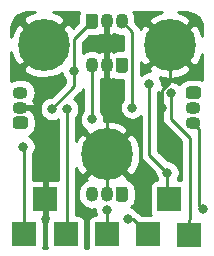
<source format=gbr>
%TF.GenerationSoftware,KiCad,Pcbnew,5.1.10*%
%TF.CreationDate,2021-12-26T17:28:59+01:00*%
%TF.ProjectId,cluster,636c7573-7465-4722-9e6b-696361645f70,rev?*%
%TF.SameCoordinates,Original*%
%TF.FileFunction,Copper,L1,Top*%
%TF.FilePolarity,Positive*%
%FSLAX46Y46*%
G04 Gerber Fmt 4.6, Leading zero omitted, Abs format (unit mm)*
G04 Created by KiCad (PCBNEW 5.1.10) date 2021-12-26 17:28:59*
%MOMM*%
%LPD*%
G01*
G04 APERTURE LIST*
%TA.AperFunction,ComponentPad*%
%ADD10O,1.300000X1.050000*%
%TD*%
%TA.AperFunction,ComponentPad*%
%ADD11O,1.050000X1.300000*%
%TD*%
%TA.AperFunction,ComponentPad*%
%ADD12C,0.700000*%
%TD*%
%TA.AperFunction,ComponentPad*%
%ADD13C,4.400000*%
%TD*%
%TA.AperFunction,SMDPad,CuDef*%
%ADD14R,2.000000X2.000000*%
%TD*%
%TA.AperFunction,ViaPad*%
%ADD15C,0.800000*%
%TD*%
%TA.AperFunction,Conductor*%
%ADD16C,0.250000*%
%TD*%
%TA.AperFunction,Conductor*%
%ADD17C,0.254000*%
%TD*%
%TA.AperFunction,Conductor*%
%ADD18C,0.100000*%
%TD*%
G04 APERTURE END LIST*
D10*
%TO.P,U5,3*%
%TO.N,Net-(J1-Pad6)*%
X166750000Y-93740000D03*
%TO.P,U5,2*%
%TO.N,GND*%
X166750000Y-95010000D03*
%TO.P,U5,1*%
%TO.N,VCC*%
%TA.AperFunction,ComponentPad*%
G36*
G01*
X167137500Y-96805000D02*
X166362500Y-96805000D01*
G75*
G02*
X166100000Y-96542500I0J262500D01*
G01*
X166100000Y-96017500D01*
G75*
G02*
X166362500Y-95755000I262500J0D01*
G01*
X167137500Y-95755000D01*
G75*
G02*
X167400000Y-96017500I0J-262500D01*
G01*
X167400000Y-96542500D01*
G75*
G02*
X167137500Y-96805000I-262500J0D01*
G01*
G37*
%TD.AperFunction*%
%TD*%
D11*
%TO.P,U4,3*%
%TO.N,Net-(J1-Pad5)*%
X172790000Y-102340000D03*
%TO.P,U4,2*%
%TO.N,GND*%
X174060000Y-102340000D03*
%TO.P,U4,1*%
%TO.N,VCC*%
%TA.AperFunction,ComponentPad*%
G36*
G01*
X175855000Y-101952500D02*
X175855000Y-102727500D01*
G75*
G02*
X175592500Y-102990000I-262500J0D01*
G01*
X175067500Y-102990000D01*
G75*
G02*
X174805000Y-102727500I0J262500D01*
G01*
X174805000Y-101952500D01*
G75*
G02*
X175067500Y-101690000I262500J0D01*
G01*
X175592500Y-101690000D01*
G75*
G02*
X175855000Y-101952500I0J-262500D01*
G01*
G37*
%TD.AperFunction*%
%TD*%
D10*
%TO.P,U3,3*%
%TO.N,Net-(J1-Pad4)*%
X181390000Y-96280000D03*
%TO.P,U3,2*%
%TO.N,GND*%
X181390000Y-95010000D03*
%TO.P,U3,1*%
%TO.N,VCC*%
%TA.AperFunction,ComponentPad*%
G36*
G01*
X181002500Y-93215000D02*
X181777500Y-93215000D01*
G75*
G02*
X182040000Y-93477500I0J-262500D01*
G01*
X182040000Y-94002500D01*
G75*
G02*
X181777500Y-94265000I-262500J0D01*
G01*
X181002500Y-94265000D01*
G75*
G02*
X180740000Y-94002500I0J262500D01*
G01*
X180740000Y-93477500D01*
G75*
G02*
X181002500Y-93215000I262500J0D01*
G01*
G37*
%TD.AperFunction*%
%TD*%
D11*
%TO.P,U2,3*%
%TO.N,Net-(J1-Pad3)*%
X175330000Y-87690000D03*
%TO.P,U2,2*%
%TO.N,GND*%
X174060000Y-87690000D03*
%TO.P,U2,1*%
%TO.N,VCC*%
%TA.AperFunction,ComponentPad*%
G36*
G01*
X172265000Y-88077500D02*
X172265000Y-87302500D01*
G75*
G02*
X172527500Y-87040000I262500J0D01*
G01*
X173052500Y-87040000D01*
G75*
G02*
X173315000Y-87302500I0J-262500D01*
G01*
X173315000Y-88077500D01*
G75*
G02*
X173052500Y-88340000I-262500J0D01*
G01*
X172527500Y-88340000D01*
G75*
G02*
X172265000Y-88077500I0J262500D01*
G01*
G37*
%TD.AperFunction*%
%TD*%
%TO.P,U1,3*%
%TO.N,Net-(J1-Pad2)*%
X172790000Y-91410000D03*
%TO.P,U1,2*%
%TO.N,GND*%
X174060000Y-91410000D03*
%TO.P,U1,1*%
%TO.N,VCC*%
%TA.AperFunction,ComponentPad*%
G36*
G01*
X175855000Y-91022500D02*
X175855000Y-91797500D01*
G75*
G02*
X175592500Y-92060000I-262500J0D01*
G01*
X175067500Y-92060000D01*
G75*
G02*
X174805000Y-91797500I0J262500D01*
G01*
X174805000Y-91022500D01*
G75*
G02*
X175067500Y-90760000I262500J0D01*
G01*
X175592500Y-90760000D01*
G75*
G02*
X175855000Y-91022500I0J-262500D01*
G01*
G37*
%TD.AperFunction*%
%TD*%
D12*
%TO.P,H3,1*%
%TO.N,GND*%
X175226726Y-97803274D03*
X174060000Y-97320000D03*
X172893274Y-97803274D03*
X172410000Y-98970000D03*
X172893274Y-100136726D03*
X174060000Y-100620000D03*
X175226726Y-100136726D03*
X175710000Y-98970000D03*
D13*
X174060000Y-98970000D03*
%TD*%
D12*
%TO.P,H2,1*%
%TO.N,GND*%
X169906726Y-88493274D03*
X168740000Y-88010000D03*
X167573274Y-88493274D03*
X167090000Y-89660000D03*
X167573274Y-90826726D03*
X168740000Y-91310000D03*
X169906726Y-90826726D03*
X170390000Y-89660000D03*
D13*
X168740000Y-89660000D03*
%TD*%
D12*
%TO.P,H1,1*%
%TO.N,GND*%
X180566726Y-88533274D03*
X179400000Y-88050000D03*
X178233274Y-88533274D03*
X177750000Y-89700000D03*
X178233274Y-90866726D03*
X179400000Y-91350000D03*
X180566726Y-90866726D03*
X181050000Y-89700000D03*
D13*
X179400000Y-89700000D03*
%TD*%
D14*
%TO.P,J1,7*%
%TO.N,VCC*%
X179320000Y-102730000D03*
%TO.P,J1,6*%
%TO.N,Net-(J1-Pad6)*%
X181060000Y-105750000D03*
%TO.P,J1,5*%
%TO.N,Net-(J1-Pad5)*%
X177580000Y-105740000D03*
%TO.P,J1,4*%
%TO.N,Net-(J1-Pad4)*%
X174070000Y-105740000D03*
%TO.P,J1,3*%
%TO.N,Net-(J1-Pad3)*%
X170590000Y-105730000D03*
%TO.P,J1,2*%
%TO.N,Net-(J1-Pad2)*%
X167070000Y-105730000D03*
%TO.P,J1,1*%
%TO.N,GND*%
X168830000Y-102730000D03*
%TD*%
D15*
%TO.N,VCC*%
X179200000Y-100500000D03*
X171300000Y-91900000D03*
X169400000Y-95100000D03*
X177674999Y-92974999D03*
%TO.N,Net-(J1-Pad6)*%
X179500000Y-93790000D03*
%TO.N,Net-(J1-Pad5)*%
X175850000Y-104450000D03*
%TO.N,Net-(J1-Pad4)*%
X174100000Y-103700000D03*
X182169980Y-103600000D03*
%TO.N,Net-(J1-Pad3)*%
X176200000Y-95000000D03*
X170700000Y-95100000D03*
%TO.N,Net-(J1-Pad2)*%
X172800000Y-96000000D03*
X167000000Y-98310000D03*
%TO.N,GND*%
X168800000Y-99200000D03*
X178774990Y-95000000D03*
%TD*%
D16*
%TO.N,VCC*%
X179200000Y-102610000D02*
X179320000Y-102730000D01*
X179200000Y-100500000D02*
X179200000Y-102610000D01*
X171300000Y-89190000D02*
X171300000Y-91900000D01*
X172790000Y-87700000D02*
X171300000Y-89190000D01*
X171300000Y-93200000D02*
X171300000Y-91900000D01*
X169400000Y-95100000D02*
X171300000Y-93200000D01*
X177674999Y-98974999D02*
X177674999Y-92974999D01*
X179200000Y-100500000D02*
X177674999Y-98974999D01*
%TO.N,Net-(J1-Pad6)*%
X179500000Y-95950000D02*
X179500000Y-93790000D01*
X181100000Y-97550000D02*
X179500000Y-95950000D01*
X181060000Y-105750000D02*
X181060000Y-104500000D01*
X181060000Y-104500000D02*
X181100000Y-104460000D01*
X181100000Y-104460000D02*
X181100000Y-97550000D01*
%TO.N,Net-(J1-Pad5)*%
X177200000Y-105360000D02*
X177580000Y-105740000D01*
X176290000Y-104450000D02*
X177580000Y-105740000D01*
X175850000Y-104450000D02*
X176290000Y-104450000D01*
%TO.N,Net-(J1-Pad4)*%
X174100000Y-105710000D02*
X174070000Y-105740000D01*
X174100000Y-103700000D02*
X174100000Y-105710000D01*
X181900000Y-103330020D02*
X182169980Y-103600000D01*
X181900000Y-96810000D02*
X181900000Y-103330020D01*
X181370000Y-96280000D02*
X181900000Y-96810000D01*
%TO.N,Net-(J1-Pad3)*%
X176200000Y-88570000D02*
X176200000Y-95000000D01*
X175330000Y-87700000D02*
X176200000Y-88570000D01*
X170700000Y-105620000D02*
X170590000Y-105730000D01*
X170700000Y-95100000D02*
X170700000Y-105620000D01*
%TO.N,Net-(J1-Pad2)*%
X172790000Y-95990000D02*
X172800000Y-96000000D01*
X172790000Y-91410000D02*
X172790000Y-95990000D01*
X167070000Y-98380000D02*
X167000000Y-98310000D01*
X167070000Y-105730000D02*
X167070000Y-98380000D01*
%TO.N,GND*%
X168830000Y-99230000D02*
X168800000Y-99200000D01*
X168830000Y-102730000D02*
X168830000Y-99230000D01*
X174060000Y-91410000D02*
X174060000Y-98970000D01*
X174060000Y-87700000D02*
X174060000Y-91410000D01*
X181370000Y-95010000D02*
X181390000Y-95010000D01*
X174060000Y-102330000D02*
X174060000Y-98970000D01*
X167450000Y-95010000D02*
X166750000Y-95010000D01*
X168800000Y-96360000D02*
X167450000Y-95010000D01*
X168800000Y-99200000D02*
X168800000Y-96360000D01*
X178774990Y-93482008D02*
X178774990Y-95000000D01*
X179400000Y-89700000D02*
X179400000Y-92856998D01*
X179400000Y-92856998D02*
X178774990Y-93482008D01*
%TD*%
D17*
%TO.N,GND*%
X174170000Y-87871979D02*
X174186785Y-88042400D01*
X174187000Y-88043109D01*
X174187000Y-88808163D01*
X174365810Y-88933964D01*
X174543784Y-88869184D01*
X174686067Y-88786120D01*
X174883941Y-88891885D01*
X175102601Y-88958215D01*
X175330000Y-88980612D01*
X175440000Y-88969778D01*
X175440000Y-90121928D01*
X175067500Y-90121928D01*
X174891807Y-90139232D01*
X174722866Y-90190480D01*
X174593310Y-90259729D01*
X174543784Y-90230816D01*
X174365810Y-90166036D01*
X174187000Y-90291837D01*
X174187000Y-90837682D01*
X174184232Y-90846807D01*
X174166928Y-91022500D01*
X174166928Y-91797500D01*
X174184232Y-91973193D01*
X174187000Y-91982318D01*
X174187000Y-92528163D01*
X174365810Y-92653964D01*
X174543784Y-92589184D01*
X174593310Y-92560271D01*
X174722866Y-92629520D01*
X174891807Y-92680768D01*
X175067500Y-92698072D01*
X175440001Y-92698072D01*
X175440001Y-94296288D01*
X175396063Y-94340226D01*
X175282795Y-94509744D01*
X175204774Y-94698102D01*
X175165000Y-94898061D01*
X175165000Y-95101939D01*
X175204774Y-95301898D01*
X175282795Y-95490256D01*
X175396063Y-95659774D01*
X175540226Y-95803937D01*
X175709744Y-95917205D01*
X175898102Y-95995226D01*
X176098061Y-96035000D01*
X176301939Y-96035000D01*
X176501898Y-95995226D01*
X176690256Y-95917205D01*
X176859774Y-95803937D01*
X176915000Y-95748711D01*
X176914999Y-98937676D01*
X176911323Y-98974999D01*
X176914999Y-99012321D01*
X176914999Y-99012331D01*
X176925996Y-99123984D01*
X176945140Y-99187094D01*
X176969453Y-99267245D01*
X177040025Y-99399275D01*
X177064332Y-99428893D01*
X177134998Y-99515000D01*
X177164002Y-99538803D01*
X178165000Y-100539802D01*
X178165000Y-100601939D01*
X178204774Y-100801898D01*
X178282795Y-100990256D01*
X178350730Y-101091928D01*
X178320000Y-101091928D01*
X178195518Y-101104188D01*
X178075820Y-101140498D01*
X177965506Y-101199463D01*
X177868815Y-101278815D01*
X177789463Y-101375506D01*
X177730498Y-101485820D01*
X177694188Y-101605518D01*
X177681928Y-101730000D01*
X177681928Y-103730000D01*
X177694188Y-103854482D01*
X177730498Y-103974180D01*
X177789463Y-104084494D01*
X177803771Y-104101928D01*
X177016729Y-104101928D01*
X176853803Y-103939002D01*
X176830001Y-103909999D01*
X176714276Y-103815026D01*
X176637927Y-103774216D01*
X176509774Y-103646063D01*
X176340256Y-103532795D01*
X176151898Y-103454774D01*
X176125465Y-103449516D01*
X176229301Y-103364301D01*
X176341298Y-103227831D01*
X176424520Y-103072134D01*
X176475768Y-102903193D01*
X176493072Y-102727500D01*
X176493072Y-101952500D01*
X176475768Y-101776807D01*
X176424520Y-101607866D01*
X176341298Y-101452169D01*
X176229301Y-101315699D01*
X176092831Y-101203702D01*
X175937134Y-101120480D01*
X175796892Y-101077938D01*
X175870170Y-100959775D01*
X174060000Y-99149605D01*
X172249830Y-100959775D01*
X172357816Y-101133906D01*
X172343941Y-101138115D01*
X172142422Y-101245829D01*
X171965789Y-101390788D01*
X171820829Y-101567421D01*
X171713115Y-101768940D01*
X171646785Y-101987600D01*
X171630000Y-102158021D01*
X171630000Y-102521978D01*
X171646785Y-102692399D01*
X171713115Y-102911059D01*
X171820829Y-103112578D01*
X171965788Y-103289212D01*
X172142421Y-103434171D01*
X172343940Y-103541885D01*
X172562600Y-103608215D01*
X172790000Y-103630612D01*
X173017399Y-103608215D01*
X173065907Y-103593500D01*
X173065000Y-103598061D01*
X173065000Y-103801939D01*
X173104774Y-104001898D01*
X173146208Y-104101928D01*
X173070000Y-104101928D01*
X172945518Y-104114188D01*
X172825820Y-104150498D01*
X172715506Y-104209463D01*
X172618815Y-104288815D01*
X172539463Y-104385506D01*
X172480498Y-104495820D01*
X172444188Y-104615518D01*
X172431928Y-104740000D01*
X172431928Y-106740000D01*
X172444188Y-106864482D01*
X172461687Y-106922167D01*
X172195280Y-106922167D01*
X172215812Y-106854482D01*
X172228072Y-106730000D01*
X172228072Y-104730000D01*
X172215812Y-104605518D01*
X172179502Y-104485820D01*
X172120537Y-104375506D01*
X172041185Y-104278815D01*
X171944494Y-104199463D01*
X171834180Y-104140498D01*
X171714482Y-104104188D01*
X171590000Y-104091928D01*
X171460000Y-104091928D01*
X171460000Y-100122856D01*
X171682982Y-100540024D01*
X172070225Y-100780170D01*
X173880395Y-98970000D01*
X174239605Y-98970000D01*
X176049775Y-100780170D01*
X176437018Y-100540024D01*
X176697641Y-100046123D01*
X176856901Y-99510867D01*
X176908678Y-98954826D01*
X176850981Y-98399368D01*
X176686028Y-97865839D01*
X176437018Y-97399976D01*
X176049775Y-97159830D01*
X174239605Y-98970000D01*
X173880395Y-98970000D01*
X172070225Y-97159830D01*
X171682982Y-97399976D01*
X171460000Y-97822544D01*
X171460000Y-95803711D01*
X171503937Y-95759774D01*
X171617205Y-95590256D01*
X171695226Y-95401898D01*
X171735000Y-95201939D01*
X171735000Y-94998061D01*
X171695226Y-94798102D01*
X171617205Y-94609744D01*
X171503937Y-94440226D01*
X171359774Y-94296063D01*
X171311197Y-94263605D01*
X171811004Y-93763798D01*
X171840001Y-93740001D01*
X171934974Y-93624276D01*
X172005546Y-93492247D01*
X172030000Y-93411630D01*
X172030001Y-95306288D01*
X171996063Y-95340226D01*
X171882795Y-95509744D01*
X171804774Y-95698102D01*
X171765000Y-95898061D01*
X171765000Y-96101939D01*
X171804774Y-96301898D01*
X171882795Y-96490256D01*
X171996063Y-96659774D01*
X172140226Y-96803937D01*
X172295015Y-96907363D01*
X172249830Y-96980225D01*
X174060000Y-98790395D01*
X175870170Y-96980225D01*
X175630024Y-96592982D01*
X175136123Y-96332359D01*
X174600867Y-96173099D01*
X174044826Y-96121322D01*
X173826636Y-96143986D01*
X173835000Y-96101939D01*
X173835000Y-95898061D01*
X173795226Y-95698102D01*
X173717205Y-95509744D01*
X173603937Y-95340226D01*
X173550000Y-95286289D01*
X173550000Y-92573879D01*
X173576216Y-92589184D01*
X173754190Y-92653964D01*
X173933000Y-92528163D01*
X173933000Y-91763109D01*
X173933215Y-91762400D01*
X173950000Y-91591979D01*
X173950000Y-91228022D01*
X173933215Y-91057601D01*
X173933000Y-91056892D01*
X173933000Y-90291837D01*
X173754190Y-90166036D01*
X173576216Y-90230816D01*
X173433933Y-90313880D01*
X173236060Y-90208115D01*
X173017400Y-90141785D01*
X172790000Y-90119388D01*
X172562601Y-90141785D01*
X172343941Y-90208115D01*
X172142422Y-90315829D01*
X172060000Y-90383471D01*
X172060000Y-89504801D01*
X172586730Y-88978072D01*
X173052500Y-88978072D01*
X173228193Y-88960768D01*
X173397134Y-88909520D01*
X173526690Y-88840271D01*
X173576216Y-88869184D01*
X173754190Y-88933964D01*
X173933000Y-88808163D01*
X173933000Y-88262318D01*
X173935768Y-88253193D01*
X173953072Y-88077500D01*
X173953072Y-87543000D01*
X174170000Y-87543000D01*
X174170000Y-87871979D01*
%TA.AperFunction,Conductor*%
D18*
G36*
X174170000Y-87871979D02*
G01*
X174186785Y-88042400D01*
X174187000Y-88043109D01*
X174187000Y-88808163D01*
X174365810Y-88933964D01*
X174543784Y-88869184D01*
X174686067Y-88786120D01*
X174883941Y-88891885D01*
X175102601Y-88958215D01*
X175330000Y-88980612D01*
X175440000Y-88969778D01*
X175440000Y-90121928D01*
X175067500Y-90121928D01*
X174891807Y-90139232D01*
X174722866Y-90190480D01*
X174593310Y-90259729D01*
X174543784Y-90230816D01*
X174365810Y-90166036D01*
X174187000Y-90291837D01*
X174187000Y-90837682D01*
X174184232Y-90846807D01*
X174166928Y-91022500D01*
X174166928Y-91797500D01*
X174184232Y-91973193D01*
X174187000Y-91982318D01*
X174187000Y-92528163D01*
X174365810Y-92653964D01*
X174543784Y-92589184D01*
X174593310Y-92560271D01*
X174722866Y-92629520D01*
X174891807Y-92680768D01*
X175067500Y-92698072D01*
X175440001Y-92698072D01*
X175440001Y-94296288D01*
X175396063Y-94340226D01*
X175282795Y-94509744D01*
X175204774Y-94698102D01*
X175165000Y-94898061D01*
X175165000Y-95101939D01*
X175204774Y-95301898D01*
X175282795Y-95490256D01*
X175396063Y-95659774D01*
X175540226Y-95803937D01*
X175709744Y-95917205D01*
X175898102Y-95995226D01*
X176098061Y-96035000D01*
X176301939Y-96035000D01*
X176501898Y-95995226D01*
X176690256Y-95917205D01*
X176859774Y-95803937D01*
X176915000Y-95748711D01*
X176914999Y-98937676D01*
X176911323Y-98974999D01*
X176914999Y-99012321D01*
X176914999Y-99012331D01*
X176925996Y-99123984D01*
X176945140Y-99187094D01*
X176969453Y-99267245D01*
X177040025Y-99399275D01*
X177064332Y-99428893D01*
X177134998Y-99515000D01*
X177164002Y-99538803D01*
X178165000Y-100539802D01*
X178165000Y-100601939D01*
X178204774Y-100801898D01*
X178282795Y-100990256D01*
X178350730Y-101091928D01*
X178320000Y-101091928D01*
X178195518Y-101104188D01*
X178075820Y-101140498D01*
X177965506Y-101199463D01*
X177868815Y-101278815D01*
X177789463Y-101375506D01*
X177730498Y-101485820D01*
X177694188Y-101605518D01*
X177681928Y-101730000D01*
X177681928Y-103730000D01*
X177694188Y-103854482D01*
X177730498Y-103974180D01*
X177789463Y-104084494D01*
X177803771Y-104101928D01*
X177016729Y-104101928D01*
X176853803Y-103939002D01*
X176830001Y-103909999D01*
X176714276Y-103815026D01*
X176637927Y-103774216D01*
X176509774Y-103646063D01*
X176340256Y-103532795D01*
X176151898Y-103454774D01*
X176125465Y-103449516D01*
X176229301Y-103364301D01*
X176341298Y-103227831D01*
X176424520Y-103072134D01*
X176475768Y-102903193D01*
X176493072Y-102727500D01*
X176493072Y-101952500D01*
X176475768Y-101776807D01*
X176424520Y-101607866D01*
X176341298Y-101452169D01*
X176229301Y-101315699D01*
X176092831Y-101203702D01*
X175937134Y-101120480D01*
X175796892Y-101077938D01*
X175870170Y-100959775D01*
X174060000Y-99149605D01*
X172249830Y-100959775D01*
X172357816Y-101133906D01*
X172343941Y-101138115D01*
X172142422Y-101245829D01*
X171965789Y-101390788D01*
X171820829Y-101567421D01*
X171713115Y-101768940D01*
X171646785Y-101987600D01*
X171630000Y-102158021D01*
X171630000Y-102521978D01*
X171646785Y-102692399D01*
X171713115Y-102911059D01*
X171820829Y-103112578D01*
X171965788Y-103289212D01*
X172142421Y-103434171D01*
X172343940Y-103541885D01*
X172562600Y-103608215D01*
X172790000Y-103630612D01*
X173017399Y-103608215D01*
X173065907Y-103593500D01*
X173065000Y-103598061D01*
X173065000Y-103801939D01*
X173104774Y-104001898D01*
X173146208Y-104101928D01*
X173070000Y-104101928D01*
X172945518Y-104114188D01*
X172825820Y-104150498D01*
X172715506Y-104209463D01*
X172618815Y-104288815D01*
X172539463Y-104385506D01*
X172480498Y-104495820D01*
X172444188Y-104615518D01*
X172431928Y-104740000D01*
X172431928Y-106740000D01*
X172444188Y-106864482D01*
X172461687Y-106922167D01*
X172195280Y-106922167D01*
X172215812Y-106854482D01*
X172228072Y-106730000D01*
X172228072Y-104730000D01*
X172215812Y-104605518D01*
X172179502Y-104485820D01*
X172120537Y-104375506D01*
X172041185Y-104278815D01*
X171944494Y-104199463D01*
X171834180Y-104140498D01*
X171714482Y-104104188D01*
X171590000Y-104091928D01*
X171460000Y-104091928D01*
X171460000Y-100122856D01*
X171682982Y-100540024D01*
X172070225Y-100780170D01*
X173880395Y-98970000D01*
X174239605Y-98970000D01*
X176049775Y-100780170D01*
X176437018Y-100540024D01*
X176697641Y-100046123D01*
X176856901Y-99510867D01*
X176908678Y-98954826D01*
X176850981Y-98399368D01*
X176686028Y-97865839D01*
X176437018Y-97399976D01*
X176049775Y-97159830D01*
X174239605Y-98970000D01*
X173880395Y-98970000D01*
X172070225Y-97159830D01*
X171682982Y-97399976D01*
X171460000Y-97822544D01*
X171460000Y-95803711D01*
X171503937Y-95759774D01*
X171617205Y-95590256D01*
X171695226Y-95401898D01*
X171735000Y-95201939D01*
X171735000Y-94998061D01*
X171695226Y-94798102D01*
X171617205Y-94609744D01*
X171503937Y-94440226D01*
X171359774Y-94296063D01*
X171311197Y-94263605D01*
X171811004Y-93763798D01*
X171840001Y-93740001D01*
X171934974Y-93624276D01*
X172005546Y-93492247D01*
X172030000Y-93411630D01*
X172030001Y-95306288D01*
X171996063Y-95340226D01*
X171882795Y-95509744D01*
X171804774Y-95698102D01*
X171765000Y-95898061D01*
X171765000Y-96101939D01*
X171804774Y-96301898D01*
X171882795Y-96490256D01*
X171996063Y-96659774D01*
X172140226Y-96803937D01*
X172295015Y-96907363D01*
X172249830Y-96980225D01*
X174060000Y-98790395D01*
X175870170Y-96980225D01*
X175630024Y-96592982D01*
X175136123Y-96332359D01*
X174600867Y-96173099D01*
X174044826Y-96121322D01*
X173826636Y-96143986D01*
X173835000Y-96101939D01*
X173835000Y-95898061D01*
X173795226Y-95698102D01*
X173717205Y-95509744D01*
X173603937Y-95340226D01*
X173550000Y-95286289D01*
X173550000Y-92573879D01*
X173576216Y-92589184D01*
X173754190Y-92653964D01*
X173933000Y-92528163D01*
X173933000Y-91763109D01*
X173933215Y-91762400D01*
X173950000Y-91591979D01*
X173950000Y-91228022D01*
X173933215Y-91057601D01*
X173933000Y-91056892D01*
X173933000Y-90291837D01*
X173754190Y-90166036D01*
X173576216Y-90230816D01*
X173433933Y-90313880D01*
X173236060Y-90208115D01*
X173017400Y-90141785D01*
X172790000Y-90119388D01*
X172562601Y-90141785D01*
X172343941Y-90208115D01*
X172142422Y-90315829D01*
X172060000Y-90383471D01*
X172060000Y-89504801D01*
X172586730Y-88978072D01*
X173052500Y-88978072D01*
X173228193Y-88960768D01*
X173397134Y-88909520D01*
X173526690Y-88840271D01*
X173576216Y-88869184D01*
X173754190Y-88933964D01*
X173933000Y-88808163D01*
X173933000Y-88262318D01*
X173935768Y-88253193D01*
X173953072Y-88077500D01*
X173953072Y-87543000D01*
X174170000Y-87543000D01*
X174170000Y-87871979D01*
G37*
%TD.AperFunction*%
D17*
X167635839Y-87033972D02*
X167169976Y-87282982D01*
X166929830Y-87670225D01*
X168740000Y-89480395D01*
X170550170Y-87670225D01*
X170310024Y-87282982D01*
X169816123Y-87022359D01*
X169537085Y-86939334D01*
X171705386Y-86939334D01*
X171695480Y-86957866D01*
X171644232Y-87126807D01*
X171626928Y-87302500D01*
X171626928Y-87788270D01*
X171189541Y-88225657D01*
X171117018Y-88089976D01*
X170729775Y-87849830D01*
X168919605Y-89660000D01*
X168933748Y-89674143D01*
X168754143Y-89853748D01*
X168740000Y-89839605D01*
X166929830Y-91649775D01*
X167169976Y-92037018D01*
X167663877Y-92297641D01*
X168199133Y-92456901D01*
X168755174Y-92508678D01*
X169310632Y-92450981D01*
X169844161Y-92286028D01*
X170275634Y-92055400D01*
X170304774Y-92201898D01*
X170382795Y-92390256D01*
X170496063Y-92559774D01*
X170540000Y-92603711D01*
X170540000Y-92885198D01*
X169360199Y-94065000D01*
X169298061Y-94065000D01*
X169098102Y-94104774D01*
X168909744Y-94182795D01*
X168740226Y-94296063D01*
X168596063Y-94440226D01*
X168482795Y-94609744D01*
X168404774Y-94798102D01*
X168365000Y-94998061D01*
X168365000Y-95201939D01*
X168404774Y-95401898D01*
X168482795Y-95590256D01*
X168596063Y-95759774D01*
X168740226Y-95903937D01*
X168909744Y-96017205D01*
X169098102Y-96095226D01*
X169298061Y-96135000D01*
X169501939Y-96135000D01*
X169701898Y-96095226D01*
X169890256Y-96017205D01*
X169940000Y-95983967D01*
X169940001Y-101102762D01*
X169830000Y-101091928D01*
X169115750Y-101095000D01*
X168957000Y-101253750D01*
X168957000Y-102603000D01*
X168977000Y-102603000D01*
X168977000Y-102857000D01*
X168957000Y-102857000D01*
X168957000Y-104206250D01*
X169089570Y-104338820D01*
X169059463Y-104375506D01*
X169000498Y-104485820D01*
X168964188Y-104605518D01*
X168951928Y-104730000D01*
X168951928Y-106730000D01*
X168964188Y-106854482D01*
X168984720Y-106922167D01*
X168675280Y-106922167D01*
X168695812Y-106854482D01*
X168708072Y-106730000D01*
X168708072Y-104730000D01*
X168695812Y-104605518D01*
X168659502Y-104485820D01*
X168600537Y-104375506D01*
X168570430Y-104338820D01*
X168703000Y-104206250D01*
X168703000Y-102857000D01*
X168683000Y-102857000D01*
X168683000Y-102603000D01*
X168703000Y-102603000D01*
X168703000Y-101253750D01*
X168544250Y-101095000D01*
X167830000Y-101091928D01*
X167830000Y-98930768D01*
X167917205Y-98800256D01*
X167995226Y-98611898D01*
X168035000Y-98411939D01*
X168035000Y-98208061D01*
X167995226Y-98008102D01*
X167917205Y-97819744D01*
X167803937Y-97650226D01*
X167659774Y-97506063D01*
X167490256Y-97392795D01*
X167461354Y-97380823D01*
X167482134Y-97374520D01*
X167637831Y-97291298D01*
X167774301Y-97179301D01*
X167886298Y-97042831D01*
X167969520Y-96887134D01*
X168020768Y-96718193D01*
X168038072Y-96542500D01*
X168038072Y-96017500D01*
X168020768Y-95841807D01*
X167969520Y-95672866D01*
X167900271Y-95543310D01*
X167929184Y-95493784D01*
X167993964Y-95315810D01*
X167868163Y-95137000D01*
X167322318Y-95137000D01*
X167313193Y-95134232D01*
X167137500Y-95116928D01*
X166603000Y-95116928D01*
X166603000Y-94900000D01*
X166931979Y-94900000D01*
X167102400Y-94883215D01*
X167103109Y-94883000D01*
X167868163Y-94883000D01*
X167993964Y-94704190D01*
X167929184Y-94526216D01*
X167846120Y-94383933D01*
X167951885Y-94186060D01*
X168018215Y-93967400D01*
X168040612Y-93740000D01*
X168018215Y-93512600D01*
X167951885Y-93293940D01*
X167844171Y-93092421D01*
X167699212Y-92915788D01*
X167522579Y-92770829D01*
X167321060Y-92663115D01*
X167102400Y-92596785D01*
X166931979Y-92580000D01*
X166568021Y-92580000D01*
X166397600Y-92596785D01*
X166178940Y-92663115D01*
X165979334Y-92769806D01*
X165979334Y-90328684D01*
X166113972Y-90764161D01*
X166362982Y-91230024D01*
X166750225Y-91470170D01*
X168560395Y-89660000D01*
X166750225Y-87849830D01*
X166362982Y-88089976D01*
X166102359Y-88583877D01*
X165979334Y-88997351D01*
X165979334Y-88240281D01*
X166006883Y-87959313D01*
X166078042Y-87723622D01*
X166193625Y-87506245D01*
X166349229Y-87315455D01*
X166538927Y-87158523D01*
X166755491Y-87041428D01*
X166990678Y-86968625D01*
X167269362Y-86939334D01*
X167941939Y-86939334D01*
X167635839Y-87033972D01*
%TA.AperFunction,Conductor*%
D18*
G36*
X167635839Y-87033972D02*
G01*
X167169976Y-87282982D01*
X166929830Y-87670225D01*
X168740000Y-89480395D01*
X170550170Y-87670225D01*
X170310024Y-87282982D01*
X169816123Y-87022359D01*
X169537085Y-86939334D01*
X171705386Y-86939334D01*
X171695480Y-86957866D01*
X171644232Y-87126807D01*
X171626928Y-87302500D01*
X171626928Y-87788270D01*
X171189541Y-88225657D01*
X171117018Y-88089976D01*
X170729775Y-87849830D01*
X168919605Y-89660000D01*
X168933748Y-89674143D01*
X168754143Y-89853748D01*
X168740000Y-89839605D01*
X166929830Y-91649775D01*
X167169976Y-92037018D01*
X167663877Y-92297641D01*
X168199133Y-92456901D01*
X168755174Y-92508678D01*
X169310632Y-92450981D01*
X169844161Y-92286028D01*
X170275634Y-92055400D01*
X170304774Y-92201898D01*
X170382795Y-92390256D01*
X170496063Y-92559774D01*
X170540000Y-92603711D01*
X170540000Y-92885198D01*
X169360199Y-94065000D01*
X169298061Y-94065000D01*
X169098102Y-94104774D01*
X168909744Y-94182795D01*
X168740226Y-94296063D01*
X168596063Y-94440226D01*
X168482795Y-94609744D01*
X168404774Y-94798102D01*
X168365000Y-94998061D01*
X168365000Y-95201939D01*
X168404774Y-95401898D01*
X168482795Y-95590256D01*
X168596063Y-95759774D01*
X168740226Y-95903937D01*
X168909744Y-96017205D01*
X169098102Y-96095226D01*
X169298061Y-96135000D01*
X169501939Y-96135000D01*
X169701898Y-96095226D01*
X169890256Y-96017205D01*
X169940000Y-95983967D01*
X169940001Y-101102762D01*
X169830000Y-101091928D01*
X169115750Y-101095000D01*
X168957000Y-101253750D01*
X168957000Y-102603000D01*
X168977000Y-102603000D01*
X168977000Y-102857000D01*
X168957000Y-102857000D01*
X168957000Y-104206250D01*
X169089570Y-104338820D01*
X169059463Y-104375506D01*
X169000498Y-104485820D01*
X168964188Y-104605518D01*
X168951928Y-104730000D01*
X168951928Y-106730000D01*
X168964188Y-106854482D01*
X168984720Y-106922167D01*
X168675280Y-106922167D01*
X168695812Y-106854482D01*
X168708072Y-106730000D01*
X168708072Y-104730000D01*
X168695812Y-104605518D01*
X168659502Y-104485820D01*
X168600537Y-104375506D01*
X168570430Y-104338820D01*
X168703000Y-104206250D01*
X168703000Y-102857000D01*
X168683000Y-102857000D01*
X168683000Y-102603000D01*
X168703000Y-102603000D01*
X168703000Y-101253750D01*
X168544250Y-101095000D01*
X167830000Y-101091928D01*
X167830000Y-98930768D01*
X167917205Y-98800256D01*
X167995226Y-98611898D01*
X168035000Y-98411939D01*
X168035000Y-98208061D01*
X167995226Y-98008102D01*
X167917205Y-97819744D01*
X167803937Y-97650226D01*
X167659774Y-97506063D01*
X167490256Y-97392795D01*
X167461354Y-97380823D01*
X167482134Y-97374520D01*
X167637831Y-97291298D01*
X167774301Y-97179301D01*
X167886298Y-97042831D01*
X167969520Y-96887134D01*
X168020768Y-96718193D01*
X168038072Y-96542500D01*
X168038072Y-96017500D01*
X168020768Y-95841807D01*
X167969520Y-95672866D01*
X167900271Y-95543310D01*
X167929184Y-95493784D01*
X167993964Y-95315810D01*
X167868163Y-95137000D01*
X167322318Y-95137000D01*
X167313193Y-95134232D01*
X167137500Y-95116928D01*
X166603000Y-95116928D01*
X166603000Y-94900000D01*
X166931979Y-94900000D01*
X167102400Y-94883215D01*
X167103109Y-94883000D01*
X167868163Y-94883000D01*
X167993964Y-94704190D01*
X167929184Y-94526216D01*
X167846120Y-94383933D01*
X167951885Y-94186060D01*
X168018215Y-93967400D01*
X168040612Y-93740000D01*
X168018215Y-93512600D01*
X167951885Y-93293940D01*
X167844171Y-93092421D01*
X167699212Y-92915788D01*
X167522579Y-92770829D01*
X167321060Y-92663115D01*
X167102400Y-92596785D01*
X166931979Y-92580000D01*
X166568021Y-92580000D01*
X166397600Y-92596785D01*
X166178940Y-92663115D01*
X165979334Y-92769806D01*
X165979334Y-90328684D01*
X166113972Y-90764161D01*
X166362982Y-91230024D01*
X166750225Y-91470170D01*
X168560395Y-89660000D01*
X166750225Y-87849830D01*
X166362982Y-88089976D01*
X166102359Y-88583877D01*
X165979334Y-88997351D01*
X165979334Y-88240281D01*
X166006883Y-87959313D01*
X166078042Y-87723622D01*
X166193625Y-87506245D01*
X166349229Y-87315455D01*
X166538927Y-87158523D01*
X166755491Y-87041428D01*
X166990678Y-86968625D01*
X167269362Y-86939334D01*
X167941939Y-86939334D01*
X167635839Y-87033972D01*
G37*
%TD.AperFunction*%
D17*
X174166928Y-102487000D02*
X173950000Y-102487000D01*
X173950000Y-102193000D01*
X174166928Y-102193000D01*
X174166928Y-102487000D01*
%TA.AperFunction,Conductor*%
D18*
G36*
X174166928Y-102487000D02*
G01*
X173950000Y-102487000D01*
X173950000Y-102193000D01*
X174166928Y-102193000D01*
X174166928Y-102487000D01*
G37*
%TD.AperFunction*%
D17*
X178465000Y-93688061D02*
X178465000Y-93891939D01*
X178504774Y-94091898D01*
X178582795Y-94280256D01*
X178696063Y-94449774D01*
X178740001Y-94493712D01*
X178740000Y-95912677D01*
X178736324Y-95950000D01*
X178740000Y-95987322D01*
X178740000Y-95987332D01*
X178750997Y-96098985D01*
X178775275Y-96179019D01*
X178794454Y-96242246D01*
X178865026Y-96374276D01*
X178897854Y-96414276D01*
X178959999Y-96490001D01*
X178989003Y-96513804D01*
X180340001Y-97864803D01*
X180340000Y-101093898D01*
X180320000Y-101091928D01*
X180049270Y-101091928D01*
X180117205Y-100990256D01*
X180195226Y-100801898D01*
X180235000Y-100601939D01*
X180235000Y-100398061D01*
X180195226Y-100198102D01*
X180117205Y-100009744D01*
X180003937Y-99840226D01*
X179859774Y-99696063D01*
X179690256Y-99582795D01*
X179501898Y-99504774D01*
X179301939Y-99465000D01*
X179239802Y-99465000D01*
X178434999Y-98660198D01*
X178434999Y-93678710D01*
X178474771Y-93638938D01*
X178465000Y-93688061D01*
%TA.AperFunction,Conductor*%
D18*
G36*
X178465000Y-93688061D02*
G01*
X178465000Y-93891939D01*
X178504774Y-94091898D01*
X178582795Y-94280256D01*
X178696063Y-94449774D01*
X178740001Y-94493712D01*
X178740000Y-95912677D01*
X178736324Y-95950000D01*
X178740000Y-95987322D01*
X178740000Y-95987332D01*
X178750997Y-96098985D01*
X178775275Y-96179019D01*
X178794454Y-96242246D01*
X178865026Y-96374276D01*
X178897854Y-96414276D01*
X178959999Y-96490001D01*
X178989003Y-96513804D01*
X180340001Y-97864803D01*
X180340000Y-101093898D01*
X180320000Y-101091928D01*
X180049270Y-101091928D01*
X180117205Y-100990256D01*
X180195226Y-100801898D01*
X180235000Y-100601939D01*
X180235000Y-100398061D01*
X180195226Y-100198102D01*
X180117205Y-100009744D01*
X180003937Y-99840226D01*
X179859774Y-99696063D01*
X179690256Y-99582795D01*
X179501898Y-99504774D01*
X179301939Y-99465000D01*
X179239802Y-99465000D01*
X178434999Y-98660198D01*
X178434999Y-93678710D01*
X178474771Y-93638938D01*
X178465000Y-93688061D01*
G37*
%TD.AperFunction*%
D17*
X181537000Y-95120000D02*
X181243000Y-95120000D01*
X181243000Y-94903072D01*
X181537000Y-94903072D01*
X181537000Y-95120000D01*
%TA.AperFunction,Conductor*%
D18*
G36*
X181537000Y-95120000D02*
G01*
X181243000Y-95120000D01*
X181243000Y-94903072D01*
X181537000Y-94903072D01*
X181537000Y-95120000D01*
G37*
%TD.AperFunction*%
D17*
X178295839Y-87073972D02*
X177829976Y-87322982D01*
X177589830Y-87710225D01*
X179400000Y-89520395D01*
X181210170Y-87710225D01*
X180970024Y-87322982D01*
X180476123Y-87062359D01*
X180062649Y-86939334D01*
X180834053Y-86939334D01*
X181115021Y-86966883D01*
X181350712Y-87038042D01*
X181568089Y-87153625D01*
X181758879Y-87309229D01*
X181915811Y-87498927D01*
X182032906Y-87715491D01*
X182105709Y-87950678D01*
X182135001Y-88229371D01*
X182135001Y-88948304D01*
X182026028Y-88595839D01*
X181777018Y-88129976D01*
X181389775Y-87889830D01*
X179579605Y-89700000D01*
X181389775Y-91510170D01*
X181777018Y-91270024D01*
X182037641Y-90776123D01*
X182135001Y-90448907D01*
X182135001Y-92652357D01*
X182122134Y-92645480D01*
X181953193Y-92594232D01*
X181777500Y-92576928D01*
X181002500Y-92576928D01*
X180826807Y-92594232D01*
X180657866Y-92645480D01*
X180502169Y-92728702D01*
X180365699Y-92840699D01*
X180253702Y-92977169D01*
X180217886Y-93044175D01*
X180159774Y-92986063D01*
X179990256Y-92872795D01*
X179801898Y-92794774D01*
X179601939Y-92755000D01*
X179398061Y-92755000D01*
X179198102Y-92794774D01*
X179009744Y-92872795D01*
X178840226Y-92986063D01*
X178700228Y-93126061D01*
X178709999Y-93076938D01*
X178709999Y-92873060D01*
X178670225Y-92673101D01*
X178592204Y-92484743D01*
X178536107Y-92400788D01*
X178859133Y-92496901D01*
X179415174Y-92548678D01*
X179970632Y-92490981D01*
X180504161Y-92326028D01*
X180970024Y-92077018D01*
X181210170Y-91689775D01*
X179400000Y-89879605D01*
X177589830Y-91689775D01*
X177745005Y-91939999D01*
X177573060Y-91939999D01*
X177373101Y-91979773D01*
X177184743Y-92057794D01*
X177015225Y-92171062D01*
X176960000Y-92226287D01*
X176960000Y-91152193D01*
X177022982Y-91270024D01*
X177410225Y-91510170D01*
X179220395Y-89700000D01*
X177410225Y-87889830D01*
X177022982Y-88129976D01*
X176919949Y-88325233D01*
X176905546Y-88277753D01*
X176834974Y-88145724D01*
X176740001Y-88029999D01*
X176711004Y-88006202D01*
X176490000Y-87785198D01*
X176490000Y-87508021D01*
X176473215Y-87337600D01*
X176406885Y-87118940D01*
X176310884Y-86939334D01*
X178731316Y-86939334D01*
X178295839Y-87073972D01*
%TA.AperFunction,Conductor*%
D18*
G36*
X178295839Y-87073972D02*
G01*
X177829976Y-87322982D01*
X177589830Y-87710225D01*
X179400000Y-89520395D01*
X181210170Y-87710225D01*
X180970024Y-87322982D01*
X180476123Y-87062359D01*
X180062649Y-86939334D01*
X180834053Y-86939334D01*
X181115021Y-86966883D01*
X181350712Y-87038042D01*
X181568089Y-87153625D01*
X181758879Y-87309229D01*
X181915811Y-87498927D01*
X182032906Y-87715491D01*
X182105709Y-87950678D01*
X182135001Y-88229371D01*
X182135001Y-88948304D01*
X182026028Y-88595839D01*
X181777018Y-88129976D01*
X181389775Y-87889830D01*
X179579605Y-89700000D01*
X181389775Y-91510170D01*
X181777018Y-91270024D01*
X182037641Y-90776123D01*
X182135001Y-90448907D01*
X182135001Y-92652357D01*
X182122134Y-92645480D01*
X181953193Y-92594232D01*
X181777500Y-92576928D01*
X181002500Y-92576928D01*
X180826807Y-92594232D01*
X180657866Y-92645480D01*
X180502169Y-92728702D01*
X180365699Y-92840699D01*
X180253702Y-92977169D01*
X180217886Y-93044175D01*
X180159774Y-92986063D01*
X179990256Y-92872795D01*
X179801898Y-92794774D01*
X179601939Y-92755000D01*
X179398061Y-92755000D01*
X179198102Y-92794774D01*
X179009744Y-92872795D01*
X178840226Y-92986063D01*
X178700228Y-93126061D01*
X178709999Y-93076938D01*
X178709999Y-92873060D01*
X178670225Y-92673101D01*
X178592204Y-92484743D01*
X178536107Y-92400788D01*
X178859133Y-92496901D01*
X179415174Y-92548678D01*
X179970632Y-92490981D01*
X180504161Y-92326028D01*
X180970024Y-92077018D01*
X181210170Y-91689775D01*
X179400000Y-89879605D01*
X177589830Y-91689775D01*
X177745005Y-91939999D01*
X177573060Y-91939999D01*
X177373101Y-91979773D01*
X177184743Y-92057794D01*
X177015225Y-92171062D01*
X176960000Y-92226287D01*
X176960000Y-91152193D01*
X177022982Y-91270024D01*
X177410225Y-91510170D01*
X179220395Y-89700000D01*
X177410225Y-87889830D01*
X177022982Y-88129976D01*
X176919949Y-88325233D01*
X176905546Y-88277753D01*
X176834974Y-88145724D01*
X176740001Y-88029999D01*
X176711004Y-88006202D01*
X176490000Y-87785198D01*
X176490000Y-87508021D01*
X176473215Y-87337600D01*
X176406885Y-87118940D01*
X176310884Y-86939334D01*
X178731316Y-86939334D01*
X178295839Y-87073972D01*
G37*
%TD.AperFunction*%
%TD*%
M02*

</source>
